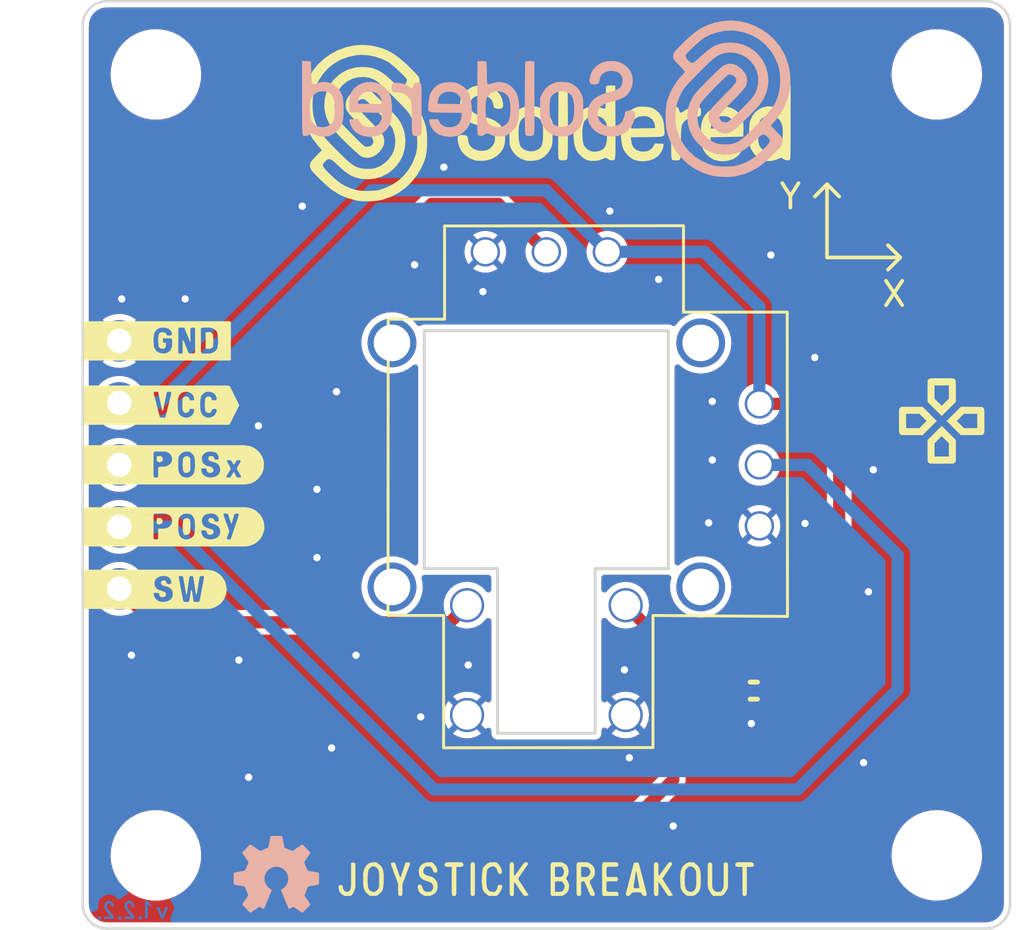
<source format=kicad_pcb>
(kicad_pcb (version 20211014) (generator pcbnew)
  (title_block (title "Joystick 2-axis with pushbutton breakout") (date "2022-08-16") (rev "V1.2.2.") (company "SOLDRED") (comment 1 "333089"))
  (layers (0 "F.Cu" signal) (31 "B.Cu" signal) (34 "B.Paste" user) (35 "F.Paste" user) (36 "B.SilkS" user "B.Silkscreen") (37 "F.SilkS" user "F.Silkscreen") (38 "B.Mask" user) (39 "F.Mask" user) (44 "Edge.Cuts" user))
  (net 0 "")
  (net 1 "GND")
  (net 2 "SW")
  (net 3 "POSy")
  (net 4 "VCC")
  (net 5 "POSx")
  (footprint "buzzardLabel" (layer "F.Cu") (at 110.6 133.95)
    (fp_text reference "" (at 0 0) (layer "F.SilkS") (effects (font (size 1.27 1.27))))
    (fp_text value "" (at 0 0) (layer "F.SilkS") (effects (font (size 1.27 1.27))))
  )
  (footprint "e-radionica.com footprinti:FIDUCIAL_23" (layer "F.Cu") (at 146.2 147.3)
    (fp_text reference "FD1")
    (fp_text value "FIDUCIAL")
    (fp_circle (center 0 0) (end 1 0) (layer "F.Cu") (width 0.2) (fill none))
    (pad "1" smd circle (at 0 0) (size 1 1) (layers "F.Cu" "F.Paste" "F.Mask") (clearance 1.1))
  )
  (footprint "Soldered Graphics:Symbol-Front-Joystick" (layer "F.Cu") (at 146.2 134.6)
    (fp_text reference "G***" hide)
    (fp_text value "LOGO" hide)
  )
  (footprint "buzzardLabel" (layer "F.Cu") (at 110.6 141.5)
    (fp_text reference "" (at 0 0) (layer "F.SilkS") (effects (font (size 1.27 1.27))))
    (fp_text value "" (at 0 0) (layer "F.SilkS") (effects (font (size 1.27 1.27))))
  )
  (footprint "buzzardLabel" (layer "F.Cu") (at 110.6 136.4)
    (fp_text reference "" (at 0 0) (layer "F.SilkS") (effects (font (size 1.27 1.27))))
    (fp_text value "" (at 0 0) (layer "F.SilkS") (effects (font (size 1.27 1.27))))
  )
  (footprint "buzzardLabel" (layer "F.Cu") (at 110.6 138.94)
    (fp_text reference "" (at 0 0) (layer "F.SilkS") (effects (font (size 1.27 1.27))))
    (fp_text value "" (at 0 0) (layer "F.SilkS") (effects (font (size 1.27 1.27))))
  )
  (footprint "buzzardLabel" (layer "F.Cu") (at 130 153.4)
    (fp_text reference "" (at 0 0) (layer "F.SilkS") (effects (font (size 1.27 1.27))))
    (fp_text value "" (at 0 0) (layer "F.SilkS") (effects (font (size 1.27 1.27))))
  )
  (footprint "Soldered Graphics:Logo-Back-SolderedFULL-20mm" (layer "F.Cu") (at 130 121.4)
    (fp_text reference "REF**" hide)
    (fp_text value "Logo-Front-SolderedFULL-20mm" hide)
  )
  (footprint "e-radionica.com footprinti:HOLE_3.2mm" (layer "F.Cu") (at 114 120.4)
    (fp_text reference "H1" hide)
    (fp_text value "HOLE_3.2mm" hide)
    (pad "" np_thru_hole circle locked (at 0 0) (size 3.2 3.2) (drill 3.2) (layers F&B.Cu *.Mask))
  )
  (footprint "e-radionica.com footprinti:0603R" (layer "F.Cu") (at 138.5 145.65)
    (fp_text reference "R1")
    (fp_text value "10k")
    (pad "1" smd rect locked (at -0.775 0 90) (size 1 0.64) (layers "F.Cu" "F.Paste" "F.Mask") (net 2 "SW"))
    (pad "2" smd rect locked (at 0.775 0 90) (size 1 0.64) (layers "F.Cu" "F.Paste" "F.Mask") (net 4 "VCC"))
  )
  (footprint "e-radionica.com footprinti:HOLE_3.2mm" (layer "F.Cu") (at 146 152.4)
    (fp_text reference "H3" hide)
    (fp_text value "HOLE_3.2mm" hide)
    (pad "" np_thru_hole circle locked (at 0 0) (size 3.2 3.2) (drill 3.2) (layers F&B.Cu *.Mask))
  )
  (footprint "buzzardLabel" (layer "F.Cu") (at 110.6 131.32)
    (fp_text reference "" (at 0 0) (layer "F.SilkS") (effects (font (size 1.27 1.27))))
    (fp_text value "" (at 0 0) (layer "F.SilkS") (effects (font (size 1.27 1.27))))
  )
  (footprint "Soldered Graphics:Logo-Back-OSH-3.5mm" (layer "F.Cu") (at 118.94 153.18)
    (fp_text reference "G***" hide)
    (fp_text value "LOGO" hide)
  )
  (footprint "e-radionica.com footprinti:HOLE_3.2mm" (layer "F.Cu") (at 146 120.4)
    (fp_text reference "H2" hide)
    (fp_text value "HOLE_3.2mm" hide)
    (pad "" np_thru_hole circle locked (at 0 0) (size 3.2 3.2) (drill 3.2) (layers F&B.Cu *.Mask))
  )
  (footprint "e-radionica.com footprinti:joystick" (layer "F.Cu") (at 130 136.4)
    (fp_text reference "K1")
    (fp_text value "Joystick")
    (fp_line (start -2 4.25) (end -2 11) (layer "Edge.Cuts") (width 0.12))
    (fp_line (start 2 11) (end 2 4.25) (layer "Edge.Cuts") (width 0.12))
    (fp_line (start -5 -5.5) (end -5 4.25) (layer "Edge.Cuts") (width 0.12))
    (fp_line (start 2 4.25) (end 5 4.25) (layer "Edge.Cuts") (width 0.12))
    (fp_line (start -5 4.25) (end -2 4.25) (layer "Edge.Cuts") (width 0.12))
    (fp_line (start 5 4.25) (end 5 -5.5) (layer "Edge.Cuts") (width 0.12))
    (fp_line (start 5 -5.5) (end -5 -5.5) (layer "Edge.Cuts") (width 0.12))
    (fp_line (start -2 11) (end 2 11) (layer "Edge.Cuts") (width 0.12))
    (pad "" thru_hole circle (at -6.325 5) (size 2 2) (drill 1.5) (layers *.Cu *.Mask))
    (pad "" thru_hole circle (at -6.325 -5) (size 2 2) (drill 1.5) (layers *.Cu *.Mask))
    (pad "" thru_hole circle (at 6.325 -5) (size 2 2) (drill 1.5) (layers *.Cu *.Mask))
    (pad "" thru_hole circle (at 6.325 5) (size 2 2) (drill 1.5) (layers *.Cu *.Mask))
    (pad "1" thru_hole circle (at 3.25 10.25) (size 1.4 1.4) (drill 1.2) (layers *.Cu *.Mask) (net 1 "GND"))
    (pad "1" thru_hole circle (at -3.25 10.25) (size 1.4 1.4) (drill 1.2) (layers *.Cu *.Mask) (net 1 "GND"))
    (pad "2" thru_hole circle (at -3.25 5.75) (size 1.4 1.4) (drill 1.2) (layers *.Cu *.Mask) (net 2 "SW"))
    (pad "2" thru_hole circle (at 3.25 5.75) (size 1.4 1.4) (drill 1.2) (layers *.Cu *.Mask) (net 2 "SW"))
    (pad "3" thru_hole circle (at 8.73 2.5) (size 1.2 1.2) (drill 1) (layers *.Cu *.Mask) (net 1 "GND"))
    (pad "4" thru_hole circle (at 8.73 0) (size 1.2 1.2) (drill 1) (layers *.Cu *.Mask) (net 3 "POSy"))
    (pad "5" thru_hole circle (at 8.73 -2.5) (size 1.2 1.2) (drill 1) (layers *.Cu *.Mask) (net 4 "VCC"))
    (pad "6" thru_hole circle (at 2.5 -8.73) (size 1.2 1.2) (drill 1) (layers *.Cu *.Mask) (net 4 "VCC"))
    (pad "7" thru_hole circle (at 0 -8.73) (size 1.2 1.2) (drill 1) (layers *.Cu *.Mask) (net 5 "POSx"))
    (pad "8" thru_hole circle (at -2.5 -8.73) (size 1.2 1.2) (drill 1) (layers *.Cu *.Mask) (net 1 "GND"))
  )
  (footprint "Soldered Graphics:Logo-Back-SolderedFULL-20mm" (layer "B.Cu") (at 130 122.4 180)
    (fp_text reference "REF**" hide)
    (fp_text value "Logo-Front-SolderedFULL-20mm" hide)
  )
  (footprint "Soldered Graphics:Version1.2.2." (layer "B.Cu") (at 113 154.65 180)
    (fp_text reference "REF**" hide)
    (fp_text value "Version1.2.2." hide)
    (fp_poly (pts (xy -1.29 -0.35) (xy -1.23 -0.35) (xy -1.21 -0.31) (xy -1.05 0.1) (xy -1.07 0.13) (xy -1.13 0.13) (xy -1.15 0.1) (xy -1.24 -0.16) (xy -1.26 -0.21) (xy -1.29 -0.17) (xy -1.37 0.09) (xy -1.4 0.13) (xy -1.46 0.13) (xy -1.48 0.1) (xy -1.32 -0.31) (xy -1.29 -0.35)) (layer "B.Cu") (width 0.01) (fill solid))
    (fp_poly (pts (xy 1.27 -0.38) (xy 1.32 -0.38) (xy 1.38 -0.37) (xy 1.38 -0.33) (xy 1.38 -0.27) (xy 1.34 -0.26) (xy 1.29 -0.26) (xy 1.26 -0.29) (xy 1.26 -0.34) (xy 1.27 -0.38)) (layer "B.Cu") (width 0.01) (fill solid))
    (fp_poly (pts (xy 0.43 -0.38) (xy 0.48 -0.38) (xy 0.54 -0.37) (xy 0.54 -0.33) (xy 0.54 -0.27) (xy 0.5 -0.26) (xy 0.45 -0.26) (xy 0.42 -0.29) (xy 0.42 -0.34) (xy 0.43 -0.38)) (layer "B.Cu") (width 0.01) (fill solid))
    (fp_poly (pts (xy -0.41 -0.38) (xy -0.36 -0.38) (xy -0.3 -0.37) (xy -0.3 -0.33) (xy -0.3 -0.27) (xy -0.34 -0.26) (xy -0.39 -0.26) (xy -0.42 -0.29) (xy -0.42 -0.34) (xy -0.41 -0.38)) (layer "B.Cu") (width 0.01) (fill solid))
    (fp_poly (pts (xy -0.09 -0.35) (xy 0.24 -0.35) (xy 0.28 -0.33) (xy 0.28 -0.28) (xy 0.24 -0.27) (xy 0.02 -0.27) (xy 0.03 -0.23) (xy 0.2 -0.02) (xy 0.23 0.03) (xy 0.25 0.08) (xy 0.27 0.13) (xy 0.27 0.18) (xy 0.26 0.24) (xy 0.25 0.29) (xy 0.22 0.32) (xy 0.17 0.36) (xy 0.12 0.38) (xy 0.06 0.38) (xy 0 0.36) (xy -0.04 0.32) (xy -0.07 0.29) (xy -0.09 0.24) (xy -0.1 0.19) (xy -0.09 0.14) (xy -0.03 0.14) (xy -0.01 0.18) (xy 0 0.23) (xy 0.03 0.27) (xy 0.08 0.29) (xy 0.13 0.29) (xy 0.17 0.24) (xy 0.18 0.19) (xy 0.17 0.14) (xy 0.16 0.09) (xy 0.13 0.04) (xy -0.08 -0.21) (xy -0.11 -0.26) (xy -0.11 -0.31) (xy -0.09 -0.35)) (layer "B.Cu") (width 0.01) (fill solid))
    (fp_poly (pts (xy 0.75 -0.35) (xy 1.08 -0.35) (xy 1.12 -0.33) (xy 1.12 -0.28) (xy 1.08 -0.27) (xy 0.86 -0.27) (xy 0.87 -0.23) (xy 1.04 -0.02) (xy 1.07 0.03) (xy 1.09 0.08) (xy 1.11 0.13) (xy 1.11 0.18) (xy 1.1 0.24) (xy 1.09 0.29) (xy 1.06 0.32) (xy 1.01 0.36) (xy 0.96 0.38) (xy 0.9 0.38) (xy 0.84 0.36) (xy 0.8 0.32) (xy 0.77 0.29) (xy 0.75 0.24) (xy 0.74 0.19) (xy 0.75 0.14) (xy 0.81 0.14) (xy 0.83 0.18) (xy 0.84 0.23) (xy 0.87 0.27) (xy 0.92 0.29) (xy 0.97 0.29) (xy 1.01 0.24) (xy 1.02 0.19) (xy 1.01 0.14) (xy 1 0.09) (xy 0.97 0.04) (xy 0.76 -0.21) (xy 0.73 -0.26) (xy 0.73 -0.31) (xy 0.75 -0.35)) (layer "B.Cu") (width 0.01) (fill solid))
    (fp_poly (pts (xy -0.63 -0.35) (xy -0.58 -0.35) (xy -0.56 -0.31) (xy -0.56 0.35) (xy -0.6 0.38) (xy -0.65 0.38) (xy -0.69 0.34) (xy -0.8 0.22) (xy -0.82 0.17) (xy -0.79 0.16) (xy -0.7 0.22) (xy -0.66 0.23) (xy -0.66 -0.31) (xy -0.63 -0.35)) (layer "B.Cu") (width 0.01) (fill solid))
  )
  (footprint "e-radionica.com footprinti:HOLE_3.2mm" (layer "B.Cu") (at 114 152.4 180)
    (fp_text reference "H4" hide)
    (fp_text value "HOLE_3.2mm" hide)
    (pad "" np_thru_hole circle locked (at 0 0 180) (size 3.2 3.2) (drill 3.2) (layers F&B.Cu *.Mask))
  )
  (footprint "e-radionica.com footprinti:HEADER_MALE_5X1" (layer "B.Cu") (at 112.5 136.4 90)
    (fp_text reference "K2")
    (fp_text value "HEADER_MALE_5X1")
    (pad "1" thru_hole circle locked (at -5.08 0 90) (size 1.7 1.7) (drill 1) (layers *.Cu *.Mask) (net 2 "SW"))
    (pad "2" thru_hole circle locked (at -2.54 0 90) (size 1.7 1.7) (drill 1) (layers *.Cu *.Mask) (net 3 "POSy"))
    (pad "3" thru_hole circle locked (at 0 0 90) (size 1.7 1.7) (drill 1) (layers *.Cu *.Mask) (net 5 "POSx"))
    (pad "4" thru_hole circle locked (at 2.54 0 90) (size 1.7 1.7) (drill 1) (layers *.Cu *.Mask) (net 4 "VCC"))
    (pad "5" thru_hole circle locked (at 5.08 0 90) (size 1.7 1.7) (drill 1) (layers *.Cu *.Mask) (net 1 "GND"))
  )
  (gr_line (start 141.5 127.9) (end 144.5 127.9) (layer "F.SilkS") (width 0.15))
  (gr_line (start 144.5 127.9) (end 144 127.4) (layer "F.SilkS") (width 0.15))
  (gr_line (start 141.5 124.9) (end 141.5 127.9) (layer "F.SilkS") (width 0.15))
  (gr_line (start 141.5 124.9) (end 141 125.4) (layer "F.SilkS") (width 0.15))
  (gr_line (start 144.5 127.9) (end 144 128.4) (layer "F.SilkS") (width 0.15))
  (gr_line (start 141.5 124.9) (end 142 125.4) (layer "F.SilkS") (width 0.15))
  (gr_arc (start 148 117.4) (mid 148.707107 117.692893) (end 149 118.4) (layer "Edge.Cuts") (width 0.1))
  (gr_line (start 111 118.4) (end 111 154.4) (layer "Edge.Cuts") (width 0.1))
  (gr_arc (start 112 155.4) (mid 111.292893 155.107107) (end 111 154.4) (layer "Edge.Cuts") (width 0.1))
  (gr_arc (start 149 154.4) (mid 148.707107 155.107107) (end 148 155.4) (layer "Edge.Cuts") (width 0.1))
  (gr_line (start 112 155.4) (end 148 155.4) (layer "Edge.Cuts") (width 0.1))
  (gr_line (start 148 117.4) (end 112 117.4) (layer "Edge.Cuts") (width 0.1))
  (gr_arc (start 111 118.4) (mid 111.292892 117.692895) (end 111.999997 117.400003) (layer "Edge.Cuts") (width 0.1))
  (gr_line (start 149 154.4) (end 149 118.4) (layer "Edge.Cuts") (width 0.1))
  (gr_text "Y" (at 140 125.4) (layer "F.SilkS") (effects (font (size 1 1))))
  (gr_text "X" (at 144.25 129.4) (layer "F.SilkS") (effects (font (size 1 1))))
  (via (at 136.8 136.2) (size 0.5) (drill 0.3) (layers "F.Cu" "B.Cu") (net 1))
  (via (at 120.6 137.4) (size 0.5) (drill 0.3) (layers "F.Cu" "B.Cu") (net 1))
  (via (at 120 125.8) (size 0.5) (drill 0.3) (layers "F.Cu" "B.Cu") (net 1))
  (via (at 141 132) (size 0.5) (drill 0.3) (layers "F.Cu" "B.Cu") (net 1))
  (via (at 120.6 140.2) (size 0.5) (drill 0.3) (layers "F.Cu" "B.Cu") (net 1))
  (via (at 133.4 148.4) (size 0.5) (drill 0.3) (layers "F.Cu" "B.Cu") (net 1))
  (via (at 124.85 146.725) (size 0.5) (drill 0.3) (layers "F.Cu" "B.Cu") (net 1))
  (via (at 117.8 149.2) (size 0.5) (drill 0.3) (layers "F.Cu" "B.Cu") (net 1))
  (via (at 143 148.6) (size 0.5) (drill 0.3) (layers "F.Cu" "B.Cu") (net 1))
  (via (at 127.4 129.3) (size 0.5) (drill 0.3) (layers "F.Cu" "B.Cu") (net 1))
  (via (at 143.4 136.6) (size 0.5) (drill 0.3) (layers "F.Cu" "B.Cu") (net 1))
  (via (at 115.2 129.6) (size 0.5) (drill 0.3) (layers "F.Cu" "B.Cu") (net 1))
  (via (at 113 144.2) (size 0.5) (drill 0.3) (layers "F.Cu" "B.Cu") (net 1))
  (via (at 124.6 128.2) (size 0.5) (drill 0.3) (layers "F.Cu" "B.Cu") (net 1))
  (via (at 140.6 138.8) (size 0.5) (drill 0.3) (layers "F.Cu" "B.Cu") (net 1))
  (via (at 134.6 128.8) (size 0.5) (drill 0.3) (layers "F.Cu" "B.Cu") (net 1))
  (via (at 121.4 133.4) (size 0.5) (drill 0.3) (layers "F.Cu" "B.Cu") (net 1))
  (via (at 118.2 134.8) (size 0.5) (drill 0.3) (layers "F.Cu" "B.Cu") (net 1))
  (via (at 135.2 151.2) (size 0.5) (drill 0.3) (layers "F.Cu" "B.Cu") (net 1))
  (via (at 112.6 129.6) (size 0.5) (drill 0.3) (layers "F.Cu" "B.Cu") (net 1))
  (via (at 122.2 144.2) (size 0.5) (drill 0.3) (layers "F.Cu" "B.Cu") (net 1))
  (via (at 133.2 144.8) (size 0.5) (drill 0.3) (layers "F.Cu" "B.Cu") (net 1))
  (via (at 139.2 127.8) (size 0.5) (drill 0.3) (layers "F.Cu" "B.Cu") (net 1))
  (via (at 136.8 133.8) (size 0.5) (drill 0.3) (layers "F.Cu" "B.Cu") (net 1))
  (via (at 136.65 138.775) (size 0.5) (drill 0.3) (layers "F.Cu" "B.Cu") (net 1))
  (via (at 132.6 126) (size 0.5) (drill 0.3) (layers "F.Cu" "B.Cu") (net 1))
  (via (at 121.2 148) (size 0.5) (drill 0.3) (layers "F.Cu" "B.Cu") (net 1))
  (via (at 126.8 144.6) (size 0.5) (drill 0.3) (layers "F.Cu" "B.Cu") (net 1))
  (via (at 117.4 144.4) (size 0.5) (drill 0.3) (layers "F.Cu" "B.Cu") (net 1))
  (via (at 138.4 147) (size 0.5) (drill 0.3) (layers "F.Cu" "B.Cu") (net 1))
  (via (at 125.8 124.2) (size 0.5) (drill 0.3) (layers "F.Cu" "B.Cu") (net 1))
  (via (at 143.2 141.6) (size 0.5) (drill 0.3) (layers "F.Cu" "B.Cu") (net 1))
  (segment (start 133.7 150.8) (end 135.2 149.3) (width 0.5) (layer "F.Cu") (net 2))
  (segment (start 121.8 150.8) (end 133.7 150.8) (width 0.5) (layer "F.Cu") (net 2))
  (segment (start 126.05 142.85) (end 126.75 142.15) (width 0.5) (layer "F.Cu") (net 2))
  (segment (start 113.87 142.87) (end 121.8 150.8) (width 0.5) (layer "F.Cu") (net 2))
  (segment (start 136.75 145.65) (end 137.725 145.65) (width 0.5) (layer "F.Cu") (net 2))
  (segment (start 113.87 142.85) (end 126.05 142.85) (width 0.5) (layer "F.Cu") (net 2))
  (segment (start 113.87 142.85) (end 113.87 142.87) (width 0.5) (layer "F.Cu") (net 2))
  (segment (start 112.5 141.48) (end 113.87 142.85) (width 0.5) (layer "F.Cu") (net 2))
  (segment (start 135.2 149.3) (end 135.2 144.1) (width 0.5) (layer "F.Cu") (net 2))
  (segment (start 135.2 144.1) (end 136.75 145.65) (width 0.5) (layer "F.Cu") (net 2))
  (segment (start 135.2 144.1) (end 133.25 142.15) (width 0.5) (layer "F.Cu") (net 2))
  (segment (start 144.4 140.1) (end 140.7 136.4) (width 0.5) (layer "B.Cu") (net 3))
  (segment (start 144.4 145.6) (end 144.4 140.1) (width 0.5) (layer "B.Cu") (net 3))
  (segment (start 125.4 149.7) (end 140.3 149.7) (width 0.5) (layer "B.Cu") (net 3))
  (segment (start 114.64 138.94) (end 125.4 149.7) (width 0.5) (layer "B.Cu") (net 3))
  (segment (start 140.7 136.4) (end 138.73 136.4) (width 0.5) (layer "B.Cu") (net 3))
  (segment (start 112.5 138.94) (end 114.64 138.94) (width 0.5) (layer "B.Cu") (net 3))
  (segment (start 140.3 149.7) (end 144.4 145.6) (width 0.5) (layer "B.Cu") (net 3))
  (segment (start 140.7 133.9) (end 142 135.2) (width 0.5) (layer "F.Cu") (net 4))
  (segment (start 142 142.925) (end 139.275 145.65) (width 0.5) (layer "F.Cu") (net 4))
  (segment (start 138.73 133.9) (end 140.7 133.9) (width 0.5) (layer "F.Cu") (net 4))
  (segment (start 142 135.2) (end 142 142.925) (width 0.5) (layer "F.Cu") (net 4))
  (segment (start 136.47 127.67) (end 138.73 129.93) (width 0.5) (layer "B.Cu") (net 4))
  (segment (start 112.5 133.86) (end 114.14 133.86) (width 0.5) (layer "B.Cu") (net 4))
  (segment (start 122.85 125.15) (end 129.98 125.15) (width 0.5) (layer "B.Cu") (net 4))
  (segment (start 132.5 127.67) (end 136.47 127.67) (width 0.5) (layer "B.Cu") (net 4))
  (segment (start 129.98 125.15) (end 132.5 127.67) (width 0.5) (layer "B.Cu") (net 4))
  (segment (start 138.73 129.93) (end 138.73 133.9) (width 0.5) (layer "B.Cu") (net 4))
  (segment (start 114.14 133.86) (end 122.85 125.15) (width 0.5) (layer "B.Cu") (net 4))
  (segment (start 128.03 125.7) (end 130 127.67) (width 0.5) (layer "F.Cu") (net 5))
  (segment (start 114.6 136.4) (end 125.3 125.7) (width 0.5) (layer "F.Cu") (net 5))
  (segment (start 112.5 136.4) (end 114.6 136.4) (width 0.5) (layer "F.Cu") (net 5))
  (segment (start 125.3 125.7) (end 128.03 125.7) (width 0.5) (layer "F.Cu") (net 5))
  (zone (net 1) (net_name "GND") (layers F&B.Cu) (connect_pads (clearance 0.254)) (min_thickness 0.254) (fill yes (thermal_gap 0.254) (thermal_bridge_width 0.254))
    (polygon (pts (xy 149 155.4) (xy 111 155.4) (xy 111 117.4) (xy 149 117.4)))
  )
)
</source>
